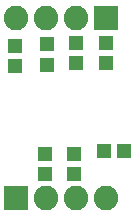
<source format=gbs>
G04 EAGLE Gerber X2 export*
G75*
%MOMM*%
%FSLAX34Y34*%
%LPD*%
%AMOC8*
5,1,8,0,0,1.08239X$1,22.5*%
G01*
%ADD10R,2.082800X2.082800*%
%ADD11C,2.082800*%
%ADD12R,1.203200X1.303200*%
%ADD13R,1.303200X1.203200*%


D10*
X114300Y25400D03*
D11*
X139700Y25400D03*
X165100Y25400D03*
X190500Y25400D03*
D10*
X190500Y177800D03*
D11*
X165100Y177800D03*
X139700Y177800D03*
X114300Y177800D03*
D12*
X140716Y155058D03*
X140716Y138058D03*
X114046Y136788D03*
X114046Y153788D03*
X164084Y62348D03*
X164084Y45348D03*
X139446Y45094D03*
X139446Y62094D03*
D13*
X188858Y64516D03*
X205858Y64516D03*
D12*
X165608Y156074D03*
X165608Y139074D03*
X191262Y139074D03*
X191262Y156074D03*
M02*

</source>
